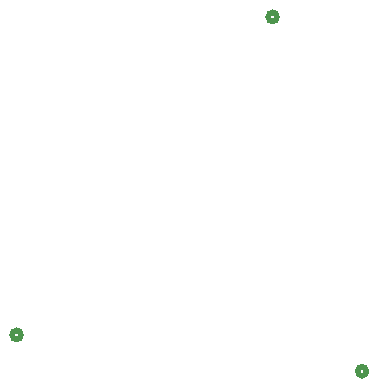
<source format=gbr>
%TF.GenerationSoftware,KiCad,Pcbnew,8.0.7*%
%TF.CreationDate,2025-02-17T19:38:04-05:00*%
%TF.ProjectId,peripheralBoard,70657269-7068-4657-9261-6c426f617264,rev?*%
%TF.SameCoordinates,Original*%
%TF.FileFunction,Legend,Bot*%
%TF.FilePolarity,Positive*%
%FSLAX46Y46*%
G04 Gerber Fmt 4.6, Leading zero omitted, Abs format (unit mm)*
G04 Created by KiCad (PCBNEW 8.0.7) date 2025-02-17 19:38:04*
%MOMM*%
%LPD*%
G01*
G04 APERTURE LIST*
%ADD10C,0.508000*%
G04 APERTURE END LIST*
D10*
%TO.C,J1*%
X181414600Y-86419998D02*
G75*
G02*
X180652600Y-86419998I-381000J0D01*
G01*
X180652600Y-86419998D02*
G75*
G02*
X181414600Y-86419998I381000J0D01*
G01*
%TO.C,J4*%
X210667000Y-89500000D02*
G75*
G02*
X209905000Y-89500000I-381000J0D01*
G01*
X209905000Y-89500000D02*
G75*
G02*
X210667000Y-89500000I381000J0D01*
G01*
%TO.C,J2*%
X203095000Y-59500000D02*
G75*
G02*
X202333000Y-59500000I-381000J0D01*
G01*
X202333000Y-59500000D02*
G75*
G02*
X203095000Y-59500000I381000J0D01*
G01*
%TD*%
M02*

</source>
